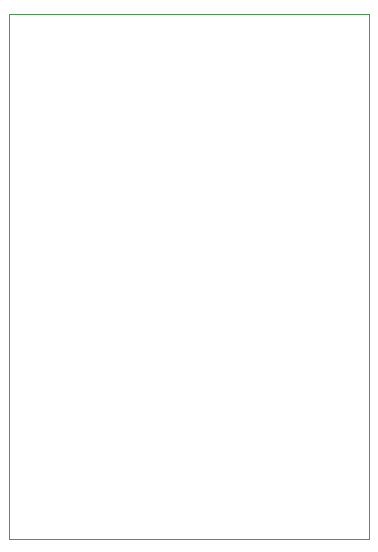
<source format=gbr>
G04 #@! TF.GenerationSoftware,KiCad,Pcbnew,(5.1.6)-1*
G04 #@! TF.CreationDate,2020-12-13T19:23:20+01:00*
G04 #@! TF.ProjectId,ACM Breakout,41434d20-4272-4656-916b-6f75742e6b69,rev?*
G04 #@! TF.SameCoordinates,Original*
G04 #@! TF.FileFunction,Profile,NP*
%FSLAX46Y46*%
G04 Gerber Fmt 4.6, Leading zero omitted, Abs format (unit mm)*
G04 Created by KiCad (PCBNEW (5.1.6)-1) date 2020-12-13 19:23:20*
%MOMM*%
%LPD*%
G01*
G04 APERTURE LIST*
G04 #@! TA.AperFunction,Profile*
%ADD10C,0.050000*%
G04 #@! TD*
G04 APERTURE END LIST*
D10*
X-15240000Y-22860000D02*
X-15240000Y21590000D01*
X15240000Y-22860000D02*
X-15240000Y-22860000D01*
X15240000Y21590000D02*
X15240000Y-22860000D01*
X-15240000Y21590000D02*
X15240000Y21590000D01*
M02*

</source>
